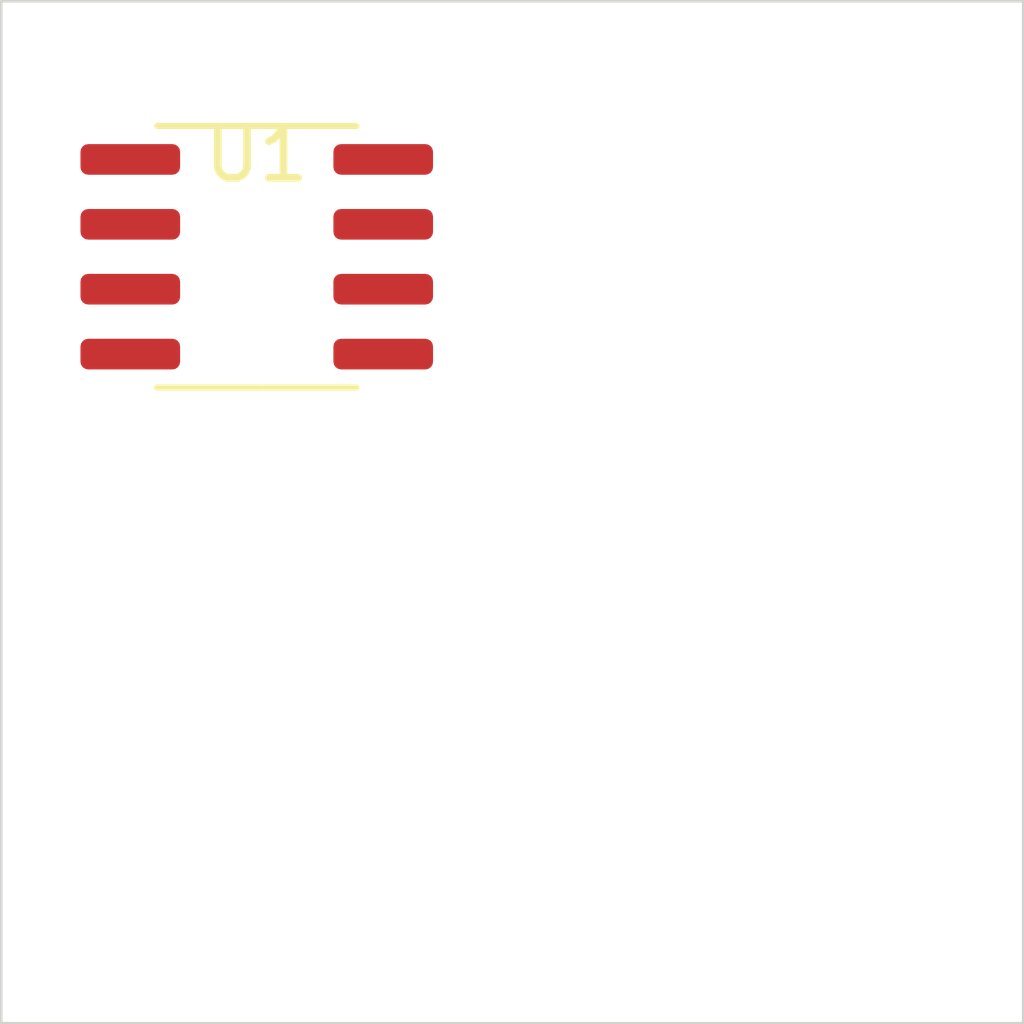
<source format=kicad_pcb>
(kicad_pcb (version 20241229) (generator "pcbnew") (generator_version "9.0")
  (layers (0 "F.Cu" signal) (2 "B.Cu" signal) (13 "F.Paste" user) (15 "B.Paste" user) (5 "F.SilkS" user "F.Silkscreen") (7 "B.SilkS" user "B.Silkscreen") (1 "F.Mask" user) (3 "B.Mask" user) (25 "Edge.Cuts" user))
  (net 0 "")
  (footprint "Package_SO:SOIC-8_3.9x4.9mm_P1.27mm" (layer "F.Cu") (at 5.0 5.0)
    (property "Reference" "U1" (at 0 -2 0) (layer "F.SilkS") (effects (font (size 1.0 1.0))))
    (property "Value" "MAX485")
    (fp_line (start 0.0 -2.56) (end -1.95 -2.56) (stroke (width 0.12)) (layer "F.SilkS"))
    (fp_line (start 0.0 -2.56) (end 1.95 -2.56) (stroke (width 0.12)) (layer "F.SilkS"))
    (fp_line (start 0.0 2.56) (end -1.95 2.56) (stroke (width 0.12)) (layer "F.SilkS"))
    (fp_line (start 0.0 2.56) (end 1.95 2.56) (stroke (width 0.12)) (layer "F.SilkS"))
    (pad "1" smd roundrect (at -2.475 -1.905) (size 1.95 0.6) (layers "F.Cu" "F.Paste" "F.Mask"))
    (pad "2" smd roundrect (at -2.475 -0.635) (size 1.95 0.6) (layers "F.Cu" "F.Paste" "F.Mask"))
    (pad "3" smd roundrect (at -2.475 0.635) (size 1.95 0.6) (layers "F.Cu" "F.Paste" "F.Mask"))
    (pad "4" smd roundrect (at -2.475 1.905) (size 1.95 0.6) (layers "F.Cu" "F.Paste" "F.Mask"))
    (pad "5" smd roundrect (at 2.475 1.905) (size 1.95 0.6) (layers "F.Cu" "F.Paste" "F.Mask"))
    (pad "6" smd roundrect (at 2.475 0.635) (size 1.95 0.6) (layers "F.Cu" "F.Paste" "F.Mask"))
    (pad "7" smd roundrect (at 2.475 -0.635) (size 1.95 0.6) (layers "F.Cu" "F.Paste" "F.Mask"))
    (pad "8" smd roundrect (at 2.475 -1.905) (size 1.95 0.6) (layers "F.Cu" "F.Paste" "F.Mask"))
  )
  (gr_rect (start 0 0) (end 20.0 20.0) (stroke (width 0.05)) (fill no) (layer "Edge.Cuts"))
)
</source>
